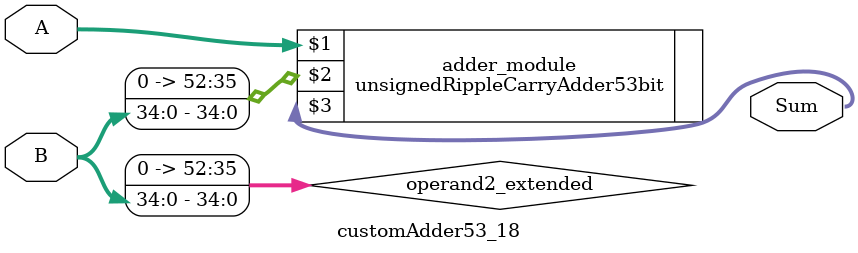
<source format=v>
module customAdder53_18(
                        input [52 : 0] A,
                        input [34 : 0] B,
                        
                        output [53 : 0] Sum
                );

        wire [52 : 0] operand2_extended;
        
        assign operand2_extended =  {18'b0, B};
        
        unsignedRippleCarryAdder53bit adder_module(
            A,
            operand2_extended,
            Sum
        );
        
        endmodule
        
</source>
